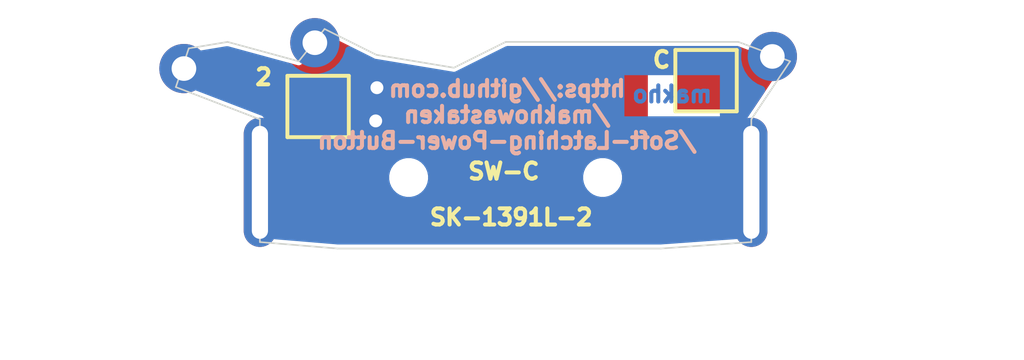
<source format=kicad_pcb>
(kicad_pcb (version 20171130) (host pcbnew "(5.1.10)-1")

  (general
    (thickness 1.6)
    (drawings 22)
    (tracks 17)
    (zones 0)
    (modules 5)
    (nets 3)
  )

  (page A4)
  (layers
    (0 F.Cu signal)
    (31 B.Cu signal)
    (32 B.Adhes user)
    (33 F.Adhes user)
    (34 B.Paste user)
    (35 F.Paste user)
    (36 B.SilkS user)
    (37 F.SilkS user)
    (38 B.Mask user)
    (39 F.Mask user)
    (40 Dwgs.User user)
    (41 Cmts.User user)
    (42 Eco1.User user)
    (43 Eco2.User user)
    (44 Edge.Cuts user)
    (45 Margin user)
    (46 B.CrtYd user)
    (47 F.CrtYd user)
    (48 B.Fab user)
    (49 F.Fab user)
  )

  (setup
    (last_trace_width 0.25)
    (trace_clearance 0.2)
    (zone_clearance 0.1)
    (zone_45_only no)
    (trace_min 0.2)
    (via_size 0.8)
    (via_drill 0.4)
    (via_min_size 0.4)
    (via_min_drill 0.3)
    (uvia_size 0.3)
    (uvia_drill 0.1)
    (uvias_allowed no)
    (uvia_min_size 0.2)
    (uvia_min_drill 0.1)
    (edge_width 0.05)
    (segment_width 0.2)
    (pcb_text_width 0.3)
    (pcb_text_size 1.5 1.5)
    (mod_edge_width 0.12)
    (mod_text_size 1 1)
    (mod_text_width 0.15)
    (pad_size 0.8 2)
    (pad_drill 0)
    (pad_to_mask_clearance 0.05)
    (aux_axis_origin 0 0)
    (visible_elements 7FFFFFFF)
    (pcbplotparams
      (layerselection 0x010f0_ffffffff)
      (usegerberextensions false)
      (usegerberattributes true)
      (usegerberadvancedattributes true)
      (creategerberjobfile true)
      (excludeedgelayer true)
      (linewidth 0.100000)
      (plotframeref false)
      (viasonmask false)
      (mode 1)
      (useauxorigin false)
      (hpglpennumber 1)
      (hpglpenspeed 20)
      (hpglpendiameter 15.000000)
      (psnegative false)
      (psa4output false)
      (plotreference true)
      (plotvalue true)
      (plotinvisibletext false)
      (padsonsilk false)
      (subtractmaskfromsilk false)
      (outputformat 1)
      (mirror false)
      (drillshape 0)
      (scaleselection 1)
      (outputdirectory "gerbers/"))
  )

  (net 0 "")
  (net 1 GND)
  (net 2 VDD)

  (net_class Default "This is the default net class."
    (clearance 0.2)
    (trace_width 0.25)
    (via_dia 0.8)
    (via_drill 0.4)
    (uvia_dia 0.3)
    (uvia_drill 0.1)
    (add_net GND)
    (add_net VDD)
  )

  (module TestPoint:TestPoint_Pad_1.5x1.5mm (layer F.Cu) (tedit 6112E206) (tstamp 611345B7)
    (at 109.22 67.2973)
    (descr "SMD rectangular pad as test Point, square 1.5mm side length")
    (tags "test point SMD pad rectangle square")
    (attr virtual)
    (fp_text reference REF** (at 0 -1.648) (layer F.SilkS) hide
      (effects (font (size 1 1) (thickness 0.15)))
    )
    (fp_text value TestPoint_Pad_1.5x1.5mm (at 0 1.75) (layer F.Fab)
      (effects (font (size 1 1) (thickness 0.15)))
    )
    (fp_line (start -1.25 -1.25) (end 1.25 -1.25) (layer F.CrtYd) (width 0.05))
    (fp_line (start -1.25 -1.25) (end -1.25 1.25) (layer F.CrtYd) (width 0.05))
    (fp_line (start 1.25 1.25) (end 1.25 -1.25) (layer F.CrtYd) (width 0.05))
    (fp_line (start 1.25 1.25) (end -1.25 1.25) (layer F.CrtYd) (width 0.05))
    (fp_text user %R (at 0 -1.65) (layer F.Fab)
      (effects (font (size 1 1) (thickness 0.15)))
    )
    (pad 1 smd rect (at 0 0) (size 1.5 1.5) (layers F.Cu F.Mask))
  )

  (module TestPoint:TestPoint_Pad_1.5x1.5mm (layer F.Cu) (tedit 6112DE14) (tstamp 5F5F17A7)
    (at 103.4 67.6)
    (descr "SMD rectangular pad as test Point, square 1.5mm side length")
    (tags "test point SMD pad rectangle square")
    (attr virtual)
    (fp_text reference REF** (at 0 -1.648) (layer F.SilkS) hide
      (effects (font (size 1 1) (thickness 0.15)))
    )
    (fp_text value TestPoint_Pad_1.5x1.5mm (at 0 1.75) (layer F.Fab)
      (effects (font (size 1 1) (thickness 0.15)))
    )
    (fp_line (start -0.95 -0.95) (end 0.95 -0.95) (layer F.SilkS) (width 0.12))
    (fp_line (start 0.95 -0.95) (end 0.95 0.95) (layer F.SilkS) (width 0.12))
    (fp_line (start 0.95 0.95) (end -0.95 0.95) (layer F.SilkS) (width 0.12))
    (fp_line (start -0.95 0.95) (end -0.95 -0.95) (layer F.SilkS) (width 0.12))
    (fp_line (start -1.25 -1.25) (end 1.25 -1.25) (layer F.CrtYd) (width 0.05))
    (fp_line (start -1.25 -1.25) (end -1.25 1.25) (layer F.CrtYd) (width 0.05))
    (fp_line (start 1.25 1.25) (end 1.25 -1.25) (layer F.CrtYd) (width 0.05))
    (fp_line (start 1.25 1.25) (end -1.25 1.25) (layer F.CrtYd) (width 0.05))
    (fp_text user %R (at 0 -1.65) (layer F.Fab)
      (effects (font (size 1 1) (thickness 0.15)))
    )
    (pad 1 smd rect (at 0 0) (size 1.5 1.5) (layers F.Cu F.Mask)
      (net 2 VDD) (zone_connect 2))
  )

  (module TestPoint:TestPoint_Pad_1.5x1.5mm (layer F.Cu) (tedit 6112DE66) (tstamp 5F5F1773)
    (at 115.4 66.8)
    (descr "SMD rectangular pad as test Point, square 1.5mm side length")
    (tags "test point SMD pad rectangle square")
    (attr virtual)
    (fp_text reference REF** (at 0 -1.648) (layer F.SilkS) hide
      (effects (font (size 1 1) (thickness 0.15)))
    )
    (fp_text value TestPoint_Pad_1.5x1.5mm (at 0 1.75) (layer F.Fab)
      (effects (font (size 1 1) (thickness 0.15)))
    )
    (fp_line (start -0.95 -0.95) (end 0.95 -0.95) (layer F.SilkS) (width 0.12))
    (fp_line (start 0.95 -0.95) (end 0.95 0.95) (layer F.SilkS) (width 0.12))
    (fp_line (start 0.95 0.95) (end -0.95 0.95) (layer F.SilkS) (width 0.12))
    (fp_line (start -0.95 0.95) (end -0.95 -0.95) (layer F.SilkS) (width 0.12))
    (fp_line (start -1.25 -1.25) (end 1.25 -1.25) (layer F.CrtYd) (width 0.05))
    (fp_line (start -1.25 -1.25) (end -1.25 1.25) (layer F.CrtYd) (width 0.05))
    (fp_line (start 1.25 1.25) (end 1.25 -1.25) (layer F.CrtYd) (width 0.05))
    (fp_line (start 1.25 1.25) (end -1.25 1.25) (layer F.CrtYd) (width 0.05))
    (fp_text user %R (at 0 -1.65) (layer F.Fab)
      (effects (font (size 1 1) (thickness 0.15)))
    )
    (pad 1 smd rect (at 0 0) (size 1.5 1.5) (layers F.Cu F.Mask)
      (net 2 VDD) (zone_connect 2))
  )

  (module misc_footprints:AGB_Power_Switch2 (layer F.Cu) (tedit 6112DE6C) (tstamp 5F5F1196)
    (at 108.4 70.2)
    (fp_text reference Ref** (at 0 0) (layer F.SilkS) hide
      (effects (font (size 1.27 1.27) (thickness 0.15)))
    )
    (fp_text value Val** (at 0 0) (layer F.SilkS) hide
      (effects (font (size 1.27 1.27) (thickness 0.15)))
    )
    (fp_poly (pts (xy -4.924421 -5.267195) (xy -4.715279 -5.184474) (xy -4.54402 -5.044621) (xy -4.475489 -4.94896)
      (xy -4.440155 -4.890813) (xy -4.401055 -4.843666) (xy -4.346161 -4.801656) (xy -4.263446 -4.758921)
      (xy -4.140883 -4.709597) (xy -3.966446 -4.647821) (xy -3.728106 -4.56773) (xy -3.6195 -4.531678)
      (xy -3.28199 -4.424312) (xy -2.958412 -4.332018) (xy -2.62381 -4.248541) (xy -2.253229 -4.167624)
      (xy -1.854633 -4.089224) (xy -0.851766 -3.899452) (xy 0.581972 -4.572) (xy 4.262778 -4.572)
      (xy 4.912315 -4.571878) (xy 5.482642 -4.571446) (xy 5.979217 -4.570607) (xy 6.407497 -4.569265)
      (xy 6.772938 -4.567321) (xy 7.080997 -4.564679) (xy 7.337132 -4.561241) (xy 7.546799 -4.55691)
      (xy 7.715456 -4.55159) (xy 7.848559 -4.545182) (xy 7.951566 -4.537589) (xy 8.029933 -4.528714)
      (xy 8.089117 -4.518461) (xy 8.134576 -4.506731) (xy 8.146674 -4.502801) (xy 8.349764 -4.433601)
      (xy 8.376398 -4.467634) (xy 8.513395 -4.467634) (xy 8.535672 -4.419408) (xy 8.608539 -4.369237)
      (xy 8.740569 -4.309955) (xy 8.940334 -4.234393) (xy 9.059334 -4.191478) (xy 9.265642 -4.11808)
      (xy 9.443382 -4.055805) (xy 9.577424 -4.009882) (xy 9.652637 -3.985538) (xy 9.662584 -3.98304)
      (xy 9.683436 -4.01769) (xy 9.694008 -4.107824) (xy 9.694334 -4.129187) (xy 9.65829 -4.341852)
      (xy 9.560288 -4.519659) (xy 9.415524 -4.65633) (xy 9.23919 -4.745588) (xy 9.046482 -4.781156)
      (xy 8.852594 -4.756758) (xy 8.672721 -4.666116) (xy 8.586318 -4.586918) (xy 8.533134 -4.521081)
      (xy 8.513395 -4.467634) (xy 8.376398 -4.467634) (xy 8.457765 -4.571601) (xy 8.605268 -4.707118)
      (xy 8.795867 -4.810733) (xy 8.992887 -4.864005) (xy 9.045994 -4.867404) (xy 9.274948 -4.829638)
      (xy 9.475666 -4.721949) (xy 9.635208 -4.557687) (xy 9.740633 -4.3502) (xy 9.778998 -4.112841)
      (xy 9.779 -4.111221) (xy 9.784905 -4.005702) (xy 9.817479 -3.946294) (xy 9.899008 -3.90487)
      (xy 9.958917 -3.884166) (xy 10.073296 -3.838438) (xy 10.133187 -3.780639) (xy 10.166107 -3.679253)
      (xy 10.174534 -3.637221) (xy 10.179686 -3.569467) (xy 10.185013 -3.422982) (xy 10.19044 -3.203703)
      (xy 10.195895 -2.917564) (xy 10.201301 -2.570502) (xy 10.206587 -2.168452) (xy 10.211677 -1.717351)
      (xy 10.216498 -1.223133) (xy 10.220976 -0.691735) (xy 10.225037 -0.129092) (xy 10.228607 0.458859)
      (xy 10.230735 0.873964) (xy 10.251235 5.198096) (xy 9.708201 5.229744) (xy 9.505551 5.237417)
      (xy 9.231695 5.241612) (xy 8.900015 5.242525) (xy 8.523891 5.240347) (xy 8.116705 5.235274)
      (xy 7.691839 5.227499) (xy 7.262673 5.217215) (xy 6.842588 5.204616) (xy 6.444967 5.189896)
      (xy 6.197682 5.178938) (xy 5.643198 5.152432) (xy 5.615729 4.428299) (xy 5.606184 4.127954)
      (xy 5.597986 3.777479) (xy 5.591771 3.411407) (xy 5.588177 3.06427) (xy 5.587552 2.899833)
      (xy 5.58602 2.641308) (xy 5.582188 2.406945) (xy 5.576496 2.211878) (xy 5.569385 2.071242)
      (xy 5.561318 2.00025) (xy 5.535792 1.905) (xy -4.30736 1.905) (xy -4.325335 3.533377)
      (xy -4.329883 3.89636) (xy -4.335134 4.232307) (xy -4.340865 4.531916) (xy -4.34685 4.785886)
      (xy -4.352866 4.984915) (xy -4.35869 5.119702) (xy -4.364096 5.180946) (xy -4.365085 5.183529)
      (xy -4.410261 5.188045) (xy -4.532471 5.19325) (xy -4.724087 5.198987) (xy -4.97748 5.205095)
      (xy -5.285021 5.211414) (xy -5.639083 5.217785) (xy -6.032036 5.224047) (xy -6.456253 5.23004)
      (xy -6.780454 5.234144) (xy -9.174048 5.262985) (xy -9.200425 4.970409) (xy -9.218619 4.748956)
      (xy -9.236368 4.491299) (xy -9.253878 4.192409) (xy -9.271351 3.847256) (xy -9.288992 3.450809)
      (xy -9.307005 2.998039) (xy -9.325595 2.483914) (xy -9.344964 1.903406) (xy -9.365317 1.251483)
      (xy -9.386858 0.523116) (xy -9.401175 0.021167) (xy -9.48651 -3.00775) (xy -9.355404 -3.00775)
      (xy -9.353609 -2.885002) (xy -9.349072 -2.688311) (xy -9.342062 -2.425679) (xy -9.332851 -2.105111)
      (xy -9.32171 -1.734608) (xy -9.308911 -1.322175) (xy -9.294723 -0.875814) (xy -9.279419 -0.403529)
      (xy -9.26327 0.086677) (xy -9.246546 0.586801) (xy -9.229518 1.088839) (xy -9.212459 1.584789)
      (xy -9.195638 2.066648) (xy -9.179327 2.526411) (xy -9.163797 2.956077) (xy -9.149319 3.347641)
      (xy -9.136164 3.6931) (xy -9.124603 3.984452) (xy -9.114907 4.213693) (xy -9.107348 4.37282)
      (xy -9.102964 4.445) (xy -9.086859 4.654611) (xy -9.07348 4.838768) (xy -9.064181 4.978111)
      (xy -9.060318 5.053283) (xy -9.060294 5.054827) (xy -9.057879 5.072473) (xy -9.046628 5.08721)
      (xy -9.019847 5.099187) (xy -8.970841 5.108555) (xy -8.892917 5.115463) (xy -8.779381 5.12006)
      (xy -8.623537 5.122495) (xy -8.418693 5.122919) (xy -8.158154 5.121481) (xy -7.835226 5.11833)
      (xy -7.443215 5.113616) (xy -6.975426 5.107489) (xy -6.805083 5.105206) (xy -6.375796 5.09884)
      (xy -5.972038 5.091694) (xy -5.60173 5.083988) (xy -5.272794 5.075942) (xy -4.993152 5.067776)
      (xy -4.770726 5.05971) (xy -4.613436 5.051964) (xy -4.529205 5.044758) (xy -4.517141 5.041654)
      (xy -4.508947 4.993228) (xy -4.500119 4.869569) (xy -4.491 4.680106) (xy -4.48193 4.434267)
      (xy -4.47325 4.141479) (xy -4.465303 3.811172) (xy -4.45843 3.452773) (xy -4.457448 3.393191)
      (xy -4.431448 1.778) (xy 5.701435 1.778) (xy 5.730795 3.395132) (xy 5.737861 3.756733)
      (xy 5.745364 4.091207) (xy 5.75302 4.389234) (xy 5.760547 4.64149) (xy 5.767664 4.838656)
      (xy 5.774087 4.971408) (xy 5.779536 5.030426) (xy 5.780353 5.032463) (xy 5.825365 5.036749)
      (xy 5.947012 5.041471) (xy 6.137264 5.046486) (xy 6.388092 5.051648) (xy 6.691466 5.05681)
      (xy 7.039357 5.061828) (xy 7.423735 5.066556) (xy 7.83657 5.070849) (xy 7.962513 5.07201)
      (xy 10.124476 5.091358) (xy 10.101713 0.905262) (xy 10.098231 0.312211) (xy 10.09437 -0.260204)
      (xy 10.0902 -0.805877) (xy 10.085788 -1.318703) (xy 10.081204 -1.792575) (xy 10.076517 -2.221386)
      (xy 10.071796 -2.599032) (xy 10.067109 -2.919404) (xy 10.062525 -3.176399) (xy 10.058114 -3.363909)
      (xy 10.053944 -3.475827) (xy 10.052023 -3.501105) (xy 10.031561 -3.632162) (xy 9.999844 -3.705365)
      (xy 9.939457 -3.747303) (xy 9.875366 -3.770791) (xy 9.774673 -3.79767) (xy 9.710125 -3.78339)
      (xy 9.644024 -3.715607) (xy 9.622044 -3.687841) (xy 9.447082 -3.528033) (xy 9.235551 -3.435608)
      (xy 9.004872 -3.412727) (xy 8.772468 -3.461553) (xy 8.588691 -3.559543) (xy 8.46139 -3.69603)
      (xy 8.370817 -3.885176) (xy 8.330101 -4.098331) (xy 8.329162 -4.125859) (xy 8.328355 -4.142559)
      (xy 8.386746 -4.142559) (xy 8.409688 -4.014134) (xy 8.460801 -3.870552) (xy 8.509998 -3.775789)
      (xy 8.613658 -3.659463) (xy 8.755975 -3.563306) (xy 8.774458 -3.554469) (xy 8.915455 -3.496688)
      (xy 9.023138 -3.476373) (xy 9.138213 -3.489883) (xy 9.231073 -3.513635) (xy 9.33436 -3.559241)
      (xy 9.44158 -3.631825) (xy 9.533527 -3.71414) (xy 9.590994 -3.78894) (xy 9.594775 -3.838978)
      (xy 9.594134 -3.839644) (xy 9.535974 -3.872285) (xy 9.418908 -3.920567) (xy 9.260188 -3.978903)
      (xy 9.077068 -4.041702) (xy 8.886799 -4.103377) (xy 8.706636 -4.158337) (xy 8.553829 -4.200994)
      (xy 8.445633 -4.225759) (xy 8.3993 -4.227042) (xy 8.399115 -4.226778) (xy 8.386746 -4.142559)
      (xy 8.328355 -4.142559) (xy 8.324084 -4.230855) (xy 8.299397 -4.292143) (xy 8.234818 -4.332552)
      (xy 8.110065 -4.374914) (xy 8.107076 -4.375856) (xy 8.061354 -4.388155) (xy 8.003604 -4.398924)
      (xy 7.928296 -4.408262) (xy 7.829902 -4.416268) (xy 7.702892 -4.423042) (xy 7.541737 -4.428684)
      (xy 7.340907 -4.433293) (xy 7.094873 -4.436969) (xy 6.798107 -4.439811) (xy 6.445078 -4.441918)
      (xy 6.030258 -4.443391) (xy 5.548117 -4.444329) (xy 4.993126 -4.444832) (xy 4.359756 -4.444998)
      (xy 4.266537 -4.445) (xy 0.645349 -4.445) (xy -0.090075 -4.101387) (xy -0.8255 -3.757774)
      (xy -1.872515 -3.956034) (xy -2.30441 -4.041007) (xy -2.672913 -4.121153) (xy -2.998712 -4.20158)
      (xy -3.302496 -4.287398) (xy -3.604955 -4.383717) (xy -3.606739 -4.384314) (xy -3.834403 -4.459897)
      (xy -4.034149 -4.525037) (xy -4.192162 -4.575325) (xy -4.294625 -4.606348) (xy -4.327141 -4.614333)
      (xy -4.35199 -4.578015) (xy -4.360333 -4.50714) (xy -4.400216 -4.304647) (xy -4.510086 -4.118005)
      (xy -4.675275 -3.964481) (xy -4.881115 -3.861344) (xy -4.918276 -3.850284) (xy -5.087803 -3.823989)
      (xy -5.253026 -3.846516) (xy -5.445845 -3.921752) (xy -5.521798 -3.948101) (xy -5.667903 -3.99023)
      (xy -5.785168 -4.021672) (xy -5.470734 -4.021672) (xy -5.328283 -3.959827) (xy -5.142639 -3.903556)
      (xy -4.972719 -3.913085) (xy -4.85639 -3.952953) (xy -4.736602 -4.023634) (xy -4.615706 -4.123268)
      (xy -4.595827 -4.143456) (xy -4.510031 -4.257283) (xy -4.47396 -4.381485) (xy -4.468827 -4.470289)
      (xy -4.466166 -4.664906) (xy -4.94775 -4.815214) (xy -5.133567 -4.534857) (xy -5.233552 -4.383718)
      (xy -5.325006 -4.244984) (xy -5.389871 -4.146057) (xy -5.395059 -4.138086) (xy -5.470734 -4.021672)
      (xy -5.785168 -4.021672) (xy -5.871807 -4.044902) (xy -6.121157 -4.108882) (xy -6.403603 -4.178935)
      (xy -6.697612 -4.249652) (xy -7.816368 -4.514661) (xy -8.257934 -4.460254) (xy -8.441097 -4.437708)
      (xy -8.590171 -4.419402) (xy -8.687013 -4.407559) (xy -8.714469 -4.404257) (xy -8.698395 -4.375058)
      (xy -8.640678 -4.302609) (xy -8.598664 -4.253724) (xy -8.49155 -4.108249) (xy -8.437336 -3.961806)
      (xy -8.426838 -3.782545) (xy -8.433949 -3.682489) (xy -8.494402 -3.461523) (xy -8.620321 -3.276156)
      (xy -8.796157 -3.139024) (xy -9.006361 -3.06276) (xy -9.205254 -3.055773) (xy -9.309724 -3.058875)
      (xy -9.351842 -3.031109) (xy -9.355404 -3.00775) (xy -9.48651 -3.00775) (xy -9.489434 -3.1115)
      (xy -9.573232 -3.185583) (xy -9.312223 -3.185583) (xy -9.27695 -3.147386) (xy -9.18521 -3.133443)
      (xy -9.061316 -3.142641) (xy -8.929577 -3.173866) (xy -8.84851 -3.206816) (xy -8.669058 -3.340615)
      (xy -8.555123 -3.526307) (xy -8.509717 -3.758675) (xy -8.509 -3.794972) (xy -8.516208 -3.939251)
      (xy -8.548487 -4.04227) (xy -8.621815 -4.145134) (xy -8.663521 -4.19246) (xy -8.818043 -4.363497)
      (xy -9.064578 -3.800998) (xy -9.152525 -3.59701) (xy -9.226777 -3.418453) (xy -9.281171 -3.280641)
      (xy -9.309543 -3.19889) (xy -9.312223 -3.185583) (xy -9.573232 -3.185583) (xy -9.609146 -3.217333)
      (xy -9.763097 -3.403522) (xy -9.847136 -3.616035) (xy -9.855156 -3.727622) (xy -9.777832 -3.727622)
      (xy -9.737944 -3.531385) (xy -9.645173 -3.364402) (xy -9.560106 -3.284769) (xy -9.523403 -3.262311)
      (xy -9.491758 -3.260004) (xy -9.458263 -3.288174) (xy -9.41601 -3.357145) (xy -9.358088 -3.477243)
      (xy -9.277591 -3.658792) (xy -9.217873 -3.79623) (xy -9.118619 -4.029774) (xy -9.052807 -4.19742)
      (xy -9.017156 -4.309558) (xy -9.008387 -4.37658) (xy -9.023219 -4.408876) (xy -9.024259 -4.409594)
      (xy -9.117605 -4.430786) (xy -9.250951 -4.416361) (xy -9.390773 -4.37269) (xy -9.482666 -4.322491)
      (xy -9.578633 -4.235054) (xy -9.673626 -4.121235) (xy -9.68375 -4.106764) (xy -9.761034 -3.92784)
      (xy -9.777832 -3.727622) (xy -9.855156 -3.727622) (xy -9.863122 -3.838454) (xy -9.812911 -4.054361)
      (xy -9.698361 -4.247335) (xy -9.52133 -4.40096) (xy -9.472074 -4.428948) (xy -9.366466 -4.464342)
      (xy -9.214289 -4.492978) (xy -9.091074 -4.505502) (xy -8.939284 -4.517788) (xy -8.733137 -4.538675)
      (xy -8.502124 -4.565016) (xy -8.3185 -4.587994) (xy -7.8105 -4.6545) (xy -6.773333 -4.407659)
      (xy -6.48998 -4.340785) (xy -6.23503 -4.281692) (xy -6.019657 -4.232881) (xy -5.855035 -4.196855)
      (xy -5.752338 -4.176115) (xy -5.722153 -4.172283) (xy -5.728382 -4.213245) (xy -5.753903 -4.269258)
      (xy -5.790314 -4.399305) (xy -5.794722 -4.512994) (xy -5.718878 -4.512994) (xy -5.692 -4.340094)
      (xy -5.651086 -4.247928) (xy -5.618845 -4.199437) (xy -5.591176 -4.174307) (xy -5.558814 -4.180817)
      (xy -5.512493 -4.22725) (xy -5.442948 -4.321885) (xy -5.340912 -4.473002) (xy -5.255337 -4.601593)
      (xy -4.99605 -4.99102) (xy -4.756231 -4.90851) (xy -4.626537 -4.864709) (xy -4.533389 -4.834789)
      (xy -4.500897 -4.826) (xy -4.510099 -4.856472) (xy -4.553672 -4.930209) (xy -4.556324 -4.934272)
      (xy -4.697962 -5.080369) (xy -4.878661 -5.166113) (xy -5.079427 -5.192782) (xy -5.281269 -5.161655)
      (xy -5.465195 -5.074011) (xy -5.612213 -4.931126) (xy -5.655666 -4.860276) (xy -5.706859 -4.698749)
      (xy -5.718878 -4.512994) (xy -5.794722 -4.512994) (xy -5.797019 -4.572206) (xy -5.775408 -4.752066)
      (xy -5.72955 -4.897463) (xy -5.612801 -5.055525) (xy -5.438818 -5.183907) (xy -5.234148 -5.265135)
      (xy -5.147172 -5.280792) (xy -4.924421 -5.267195)) (layer Dwgs.User) (width 0.01))
    (fp_poly (pts (xy -6.265333 1.735667) (xy -7.704666 1.735667) (xy -7.704666 -2.159) (xy -7.62 -2.159)
      (xy -7.62 1.651) (xy -6.35 1.651) (xy -6.35 -2.159) (xy -7.62 -2.159)
      (xy -7.704666 -2.159) (xy -7.704666 -2.243667) (xy -6.265333 -2.243667) (xy -6.265333 1.735667)) (layer Dwgs.User) (width 0.01))
    (fp_poly (pts (xy 9.355667 1.735667) (xy 7.916334 1.735667) (xy 7.916334 -2.159) (xy 8.001 -2.159)
      (xy 8.001 1.651) (xy 9.271 1.651) (xy 9.271 -2.159) (xy 8.001 -2.159)
      (xy 7.916334 -2.159) (xy 7.916334 -2.243667) (xy 9.355667 -2.243667) (xy 9.355667 1.735667)) (layer Dwgs.User) (width 0.01))
    (fp_poly (pts (xy -2.667 -1.778) (xy -3.937 -1.778) (xy -3.937 -3.386667) (xy -3.894666 -3.386667)
      (xy -3.894666 -1.862667) (xy -2.751666 -1.862667) (xy -2.751666 -3.386667) (xy -3.894666 -3.386667)
      (xy -3.937 -3.386667) (xy -3.937 -3.471333) (xy -2.667 -3.471333) (xy -2.667 -1.778)) (layer Dwgs.User) (width 0.01))
    (fp_poly (pts (xy -0.127 -1.778) (xy -1.397 -1.778) (xy -1.397 -3.386667) (xy -1.354666 -3.386667)
      (xy -1.354666 -1.862667) (xy -0.169333 -1.862667) (xy -0.169333 -3.386667) (xy -1.354666 -3.386667)
      (xy -1.397 -3.386667) (xy -1.397 -3.471333) (xy -0.127 -3.471333) (xy -0.127 -1.778)) (layer Dwgs.User) (width 0.01))
    (fp_poly (pts (xy 3.048 -1.778) (xy 1.735667 -1.778) (xy 1.735667 -3.386667) (xy 1.820334 -3.386667)
      (xy 1.820334 -1.862667) (xy 2.963334 -1.862667) (xy 2.963334 -3.386667) (xy 1.820334 -3.386667)
      (xy 1.735667 -3.386667) (xy 1.735667 -3.471333) (xy 3.048 -3.471333) (xy 3.048 -1.778)) (layer Dwgs.User) (width 0.01))
    (fp_poly (pts (xy 5.630334 -1.778) (xy 4.318 -1.778) (xy 4.318 -3.386667) (xy 4.402667 -3.386667)
      (xy 4.402667 -1.862667) (xy 5.545667 -1.862667) (xy 5.545667 -3.386667) (xy 4.402667 -3.386667)
      (xy 4.318 -3.386667) (xy 4.318 -3.471333) (xy 5.630334 -3.471333) (xy 5.630334 -1.778)) (layer Dwgs.User) (width 0.01))
    (fp_line (start -8.5 -3.475) (end -6.6 -2.95) (layer Dwgs.User) (width 0.12))
    (fp_line (start -6.6 -2.95) (end -6.325 -2.225) (layer Dwgs.User) (width 0.12))
    (fp_line (start -4.575 -4.075) (end -3.925 -3.45) (layer Dwgs.User) (width 0.12))
    (fp_line (start 8.35 -3.925) (end 2.7 -3.95) (layer Dwgs.User) (width 0.12))
    (fp_line (start 2.7 -3.95) (end 2.525 -3.45) (layer Dwgs.User) (width 0.12))
    (fp_line (start 1.75 -2.6) (end -0.1 -2.6) (layer Dwgs.User) (width 0.12))
    (pad 3 thru_hole oval (at -6.8 -0.25) (size 1 4) (drill oval 0.5 3.5) (layers *.Cu *.Mask)
      (net 1 GND) (zone_connect 2))
    (pad 3 thru_hole oval (at 8.4 -0.25) (size 1 4) (drill oval 0.5 3.5) (layers *.Cu *.Mask)
      (net 1 GND) (zone_connect 2))
    (pad 3 thru_hole circle (at -9.15 -3.775) (size 1.524 1.524) (drill 0.762) (layers *.Cu *.Mask)
      (net 1 GND) (zone_connect 2))
    (pad 2 thru_hole circle (at -5.1 -4.575) (size 1.524 1.524) (drill 0.762) (layers *.Cu *.Mask)
      (net 2 VDD) (zone_connect 2))
    (pad 1 thru_hole circle (at 9.05 -4.15) (size 1.524 1.524) (drill 0.762) (layers *.Cu *.Mask)
      (net 2 VDD) (zone_connect 2))
  )

  (module misc_footprints:SK-1391L (layer F.Cu) (tedit 6112E9C6) (tstamp 61134125)
    (at 109.2 69.8)
    (fp_text reference REF** (at 0 2.5) (layer F.SilkS) hide
      (effects (font (size 1 1) (thickness 0.15)))
    )
    (fp_text value SK-1391L (at 0 -4.2) (layer F.Fab)
      (effects (font (size 1 1) (thickness 0.15)))
    )
    (pad "" np_thru_hole circle (at 3 0) (size 0.8 0.8) (drill 0.8) (layers *.Cu *.Mask))
    (pad "" np_thru_hole circle (at -3 0) (size 0.8 0.8) (drill 0.8) (layers *.Cu *.Mask))
    (pad 4 smd rect (at 4 -2.25) (size 0.8 2) (layers F.Cu F.Paste F.Mask))
    (pad 3 smd rect (at 1 -2.25) (size 0.8 2) (layers F.Cu F.Paste F.Mask))
    (pad 2 smd rect (at -1 -2.25) (size 0.8 2) (layers F.Cu F.Paste F.Mask))
    (pad 1 smd rect (at -4 -2.25) (size 0.8 2) (layers F.Cu F.Paste F.Mask)
      (net 1 GND))
  )

  (gr_text SK-1391L-2 (at 109.3724 71.0311) (layer F.SilkS)
    (effects (font (size 0.5 0.5) (thickness 0.125)))
  )
  (gr_text "https://github.com\n/makhowastaken\n/Soft-Latching-Power-Button" (at 109.2454 67.8561) (layer B.SilkS)
    (effects (font (size 0.5 0.5) (thickness 0.125)) (justify mirror))
  )
  (gr_text makho (at 114.3508 67.2211) (layer B.Cu)
    (effects (font (size 0.5 0.5) (thickness 0.125)) (justify mirror))
  )
  (gr_text SW-C (at 109.1438 69.6087) (layer F.SilkS) (tstamp 61134034)
    (effects (font (size 0.5 0.5) (thickness 0.125)))
  )
  (gr_text C (at 114.0206 66.1543) (layer F.SilkS) (tstamp 61134019)
    (effects (font (size 0.5 0.5) (thickness 0.125)))
  )
  (gr_text 2 (at 101.7143 66.6877) (layer F.SilkS)
    (effects (font (size 0.5 0.5) (thickness 0.125)))
  )
  (gr_line (start 116.8 68) (end 118 66.2) (layer Edge.Cuts) (width 0.05))
  (gr_line (start 116.8 71.8) (end 116.8 68) (layer Edge.Cuts) (width 0.05))
  (gr_line (start 114 72) (end 116.8 71.8) (layer Edge.Cuts) (width 0.05))
  (gr_line (start 101.6 71.8) (end 104 72) (layer Edge.Cuts) (width 0.05) (tstamp 5F5F15AC))
  (gr_line (start 101.6 68) (end 101.6 71.8) (layer Edge.Cuts) (width 0.05))
  (gr_line (start 99 67) (end 101.6 68) (layer Edge.Cuts) (width 0.05))
  (gr_line (start 114 72) (end 104 72) (layer Edge.Cuts) (width 0.05))
  (gr_line (start 116.4 65.6) (end 118 66.2) (layer Edge.Cuts) (width 0.05))
  (gr_line (start 109.2 65.6) (end 116.4 65.6) (layer Edge.Cuts) (width 0.05))
  (gr_line (start 107.6 66.4) (end 109.2 65.6) (layer Edge.Cuts) (width 0.05))
  (gr_line (start 105.2 66) (end 107.6 66.4) (layer Edge.Cuts) (width 0.05))
  (gr_line (start 103.6 65.2) (end 105.2 66) (layer Edge.Cuts) (width 0.05))
  (gr_line (start 102.8 66.2) (end 103.6 65.2) (layer Edge.Cuts) (width 0.05))
  (gr_line (start 100.6 65.6) (end 102.8 66.2) (layer Edge.Cuts) (width 0.05))
  (gr_line (start 99.4 65.8) (end 100.6 65.6) (layer Edge.Cuts) (width 0.05))
  (gr_line (start 99 67) (end 99.4 65.8) (layer Edge.Cuts) (width 0.05))

  (via (at 105.2195 67.0179) (size 0.8) (drill 0.4) (layers F.Cu B.Cu) (net 1))
  (via (at 105.1814 68.0466) (size 0.8) (drill 0.4) (layers F.Cu B.Cu) (net 1))
  (segment (start 116.8 69.95) (end 113.85 69.95) (width 0.25) (layer B.Cu) (net 1))
  (segment (start 113.85 69.95) (end 112.8 71) (width 0.25) (layer B.Cu) (net 1))
  (segment (start 112.8 71) (end 104.6 71) (width 0.25) (layer B.Cu) (net 1))
  (segment (start 103.55 69.95) (end 101.6 69.95) (width 0.25) (layer B.Cu) (net 1))
  (segment (start 104.6 71) (end 103.55 69.95) (width 0.25) (layer B.Cu) (net 1))
  (segment (start 99.25 66.425) (end 101.425 66.425) (width 0.25) (layer B.Cu) (net 1))
  (segment (start 101.425 66.425) (end 102.6 67.6) (width 0.25) (layer B.Cu) (net 1))
  (segment (start 102.6 68.95) (end 101.6 69.95) (width 0.25) (layer B.Cu) (net 1))
  (segment (start 102.6 67.6) (end 102.6 68.95) (width 0.25) (layer B.Cu) (net 1))
  (segment (start 116.15 66.05) (end 115.4 66.8) (width 0.25) (layer F.Cu) (net 2))
  (segment (start 117.45 66.05) (end 116.15 66.05) (width 0.25) (layer F.Cu) (net 2))
  (segment (start 103.3 65.625) (end 103.625 65.625) (width 0.25) (layer F.Cu) (net 2))
  (segment (start 103.625 65.625) (end 104.2 66.2) (width 0.25) (layer F.Cu) (net 2))
  (segment (start 104.2 66.8) (end 103.4 67.6) (width 0.25) (layer F.Cu) (net 2))
  (segment (start 104.2 66.2) (end 104.2 66.8) (width 0.25) (layer F.Cu) (net 2))

  (zone (net 1) (net_name GND) (layer B.Cu) (tstamp 611345EF) (hatch edge 0.508)
    (connect_pads yes (clearance 0.1))
    (min_thickness 0.254)
    (fill yes (arc_segments 32) (thermal_gap 0.508) (thermal_bridge_width 0.508))
    (polygon
      (pts
        (xy 117.8941 72.0979) (xy 100.2284 72.1614) (xy 97.9805 65.4939) (xy 118.6561 65.0367)
      )
    )
    (filled_polygon
      (pts
        (xy 116.377332 65.860635) (xy 116.361 65.942743) (xy 116.361 66.157257) (xy 116.40285 66.36765) (xy 116.484941 66.565835)
        (xy 116.604119 66.744197) (xy 116.755803 66.895881) (xy 116.934165 67.015059) (xy 117.106243 67.086336) (xy 116.597265 67.849805)
        (xy 116.589457 67.859319) (xy 116.58353 67.870407) (xy 116.583459 67.870514) (xy 116.577923 67.880897) (xy 116.566057 67.903097)
        (xy 116.566017 67.903228) (xy 116.565956 67.903343) (xy 116.558747 67.927196) (xy 116.551648 67.950599) (xy 116.551635 67.950726)
        (xy 116.551595 67.95086) (xy 116.549133 67.976135) (xy 116.548001 67.987624) (xy 116.548001 67.987751) (xy 116.546782 68.000264)
        (xy 116.548001 68.01251) (xy 116.548 71.565358) (xy 113.991024 71.748) (xy 104.010472 71.748) (xy 101.852 71.568127)
        (xy 101.852 69.728397) (xy 105.473 69.728397) (xy 105.473 69.871603) (xy 105.500938 70.012058) (xy 105.555741 70.144364)
        (xy 105.635302 70.263436) (xy 105.736564 70.364698) (xy 105.855636 70.444259) (xy 105.987942 70.499062) (xy 106.128397 70.527)
        (xy 106.271603 70.527) (xy 106.412058 70.499062) (xy 106.544364 70.444259) (xy 106.663436 70.364698) (xy 106.764698 70.263436)
        (xy 106.844259 70.144364) (xy 106.899062 70.012058) (xy 106.927 69.871603) (xy 106.927 69.728397) (xy 111.473 69.728397)
        (xy 111.473 69.871603) (xy 111.500938 70.012058) (xy 111.555741 70.144364) (xy 111.635302 70.263436) (xy 111.736564 70.364698)
        (xy 111.855636 70.444259) (xy 111.987942 70.499062) (xy 112.128397 70.527) (xy 112.271603 70.527) (xy 112.412058 70.499062)
        (xy 112.544364 70.444259) (xy 112.663436 70.364698) (xy 112.764698 70.263436) (xy 112.844259 70.144364) (xy 112.899062 70.012058)
        (xy 112.927 69.871603) (xy 112.927 69.728397) (xy 112.899062 69.587942) (xy 112.844259 69.455636) (xy 112.764698 69.336564)
        (xy 112.663436 69.235302) (xy 112.544364 69.155741) (xy 112.412058 69.100938) (xy 112.271603 69.073) (xy 112.128397 69.073)
        (xy 111.987942 69.100938) (xy 111.855636 69.155741) (xy 111.736564 69.235302) (xy 111.635302 69.336564) (xy 111.555741 69.455636)
        (xy 111.500938 69.587942) (xy 111.473 69.728397) (xy 106.927 69.728397) (xy 106.899062 69.587942) (xy 106.844259 69.455636)
        (xy 106.764698 69.336564) (xy 106.663436 69.235302) (xy 106.544364 69.155741) (xy 106.412058 69.100938) (xy 106.271603 69.073)
        (xy 106.128397 69.073) (xy 105.987942 69.100938) (xy 105.855636 69.155741) (xy 105.736564 69.235302) (xy 105.635302 69.336564)
        (xy 105.555741 69.455636) (xy 105.500938 69.587942) (xy 105.473 69.728397) (xy 101.852 69.728397) (xy 101.852 68.009156)
        (xy 101.853137 67.993537) (xy 101.850468 67.972075) (xy 101.848353 67.950599) (xy 101.847413 67.947499) (xy 101.847012 67.944277)
        (xy 101.840215 67.923772) (xy 101.833944 67.903097) (xy 101.832413 67.900233) (xy 101.831394 67.897158) (xy 101.820733 67.87838)
        (xy 101.810544 67.859319) (xy 101.808487 67.856812) (xy 101.806885 67.853991) (xy 101.79275 67.837637) (xy 101.779053 67.820947)
        (xy 101.776548 67.818891) (xy 101.774425 67.816435) (xy 101.757368 67.803151) (xy 101.740681 67.789456) (xy 101.737822 67.787928)
        (xy 101.735262 67.785934) (xy 101.715936 67.77623) (xy 101.696902 67.766056) (xy 101.681931 67.761515) (xy 99.315217 66.851242)
        (xy 99.591088 66.023627) (xy 100.586963 65.857648) (xy 102.519672 66.38475) (xy 102.605803 66.470881) (xy 102.784165 66.590059)
        (xy 102.98235 66.67215) (xy 103.192743 66.714) (xy 103.407257 66.714) (xy 103.61765 66.67215) (xy 103.815835 66.590059)
        (xy 103.994197 66.470881) (xy 104.145881 66.319197) (xy 104.265059 66.140835) (xy 104.34715 65.94265) (xy 104.36295 65.863219)
        (xy 105.065557 66.214523) (xy 105.065956 66.21483) (xy 105.087548 66.225519) (xy 105.098371 66.23093) (xy 105.098851 66.231114)
        (xy 105.110443 66.236852) (xy 105.121965 66.239958) (xy 105.133118 66.244226) (xy 105.145879 66.246405) (xy 105.146364 66.246536)
        (xy 105.15805 66.248484) (xy 105.182049 66.252582) (xy 105.182557 66.252568) (xy 107.551312 66.647361) (xy 107.56833 66.65123)
        (xy 107.588145 66.65177) (xy 107.607899 66.653095) (xy 107.6129 66.652444) (xy 107.61795 66.652582) (xy 107.637486 66.649246)
        (xy 107.657124 66.646691) (xy 107.661908 66.645075) (xy 107.666881 66.644226) (xy 107.685375 66.637149) (xy 107.704153 66.630807)
        (xy 107.719278 66.622105) (xy 107.957788 66.50285) (xy 112.747015 66.50285) (xy 112.747015 68.03185) (xy 115.954586 68.03185)
        (xy 115.954586 66.50285) (xy 112.747015 66.50285) (xy 107.957788 66.50285) (xy 109.25949 65.852) (xy 116.354305 65.852)
      )
    )
  )
  (zone (net 2) (net_name VDD) (layer F.Cu) (tstamp 611345EC) (hatch edge 0.508)
    (connect_pads yes (clearance 0.1))
    (min_thickness 0.254)
    (fill yes (arc_segments 32) (thermal_gap 0.508) (thermal_bridge_width 0.508))
    (polygon
      (pts
        (xy 104.3559 68.5673) (xy 102.4001 68.5546) (xy 102.3239 66.3448) (xy 101.7651 64.7827) (xy 101.727 64.7446)
        (xy 101.7016 64.6684) (xy 104.4829 64.6557)
      )
    )
    (filled_polygon
      (pts
        (xy 104.317368 65.840428) (xy 104.232983 68.439499) (xy 102.522824 68.428395) (xy 102.451714 66.366216) (xy 102.719826 66.439337)
        (xy 102.729525 66.443214) (xy 102.743715 66.445853) (xy 102.745634 66.446376) (xy 102.755869 66.448113) (xy 102.778328 66.452289)
        (xy 102.780334 66.452264) (xy 102.782314 66.4526) (xy 102.805137 66.451955) (xy 102.827963 66.45167) (xy 102.829927 66.451254)
        (xy 102.831933 66.451197) (xy 102.854169 66.446117) (xy 102.876524 66.441379) (xy 102.878372 66.440587) (xy 102.880326 66.44014)
        (xy 102.90114 66.430821) (xy 102.922144 66.421812) (xy 102.9238 66.420675) (xy 102.925632 66.419855) (xy 102.944256 66.406634)
        (xy 102.96307 66.39372) (xy 102.96447 66.392284) (xy 102.966109 66.391121) (xy 102.981797 66.37452) (xy 102.989047 66.367087)
        (xy 102.990292 66.365531) (xy 103.000203 66.355043) (xy 103.005756 66.3462) (xy 103.669516 65.516502)
      )
    )
  )
  (zone (net 2) (net_name VDD) (layer F.Cu) (tstamp 611345E9) (hatch edge 0.508)
    (connect_pads yes (clearance 0.1))
    (min_thickness 0.254)
    (fill yes (arc_segments 32) (thermal_gap 0.508) (thermal_bridge_width 0.508))
    (polygon
      (pts
        (xy 117.729 64.8462) (xy 118.7704 66.0908) (xy 118.2116 67.0052) (xy 117.0686 67.8688) (xy 116.3447 67.7799)
        (xy 114.4397 67.7672) (xy 114.4397 65.1637) (xy 114.9985 64.6049)
      )
    )
    (filled_polygon
      (pts
        (xy 117.614168 66.324449) (xy 116.747702 67.62415) (xy 116.63788 67.634966) (xy 116.513549 67.672682) (xy 116.36018 67.653847)
        (xy 116.345547 67.652903) (xy 114.5667 67.641044) (xy 114.5667 65.852) (xy 116.354305 65.852)
      )
    )
  )
)

</source>
